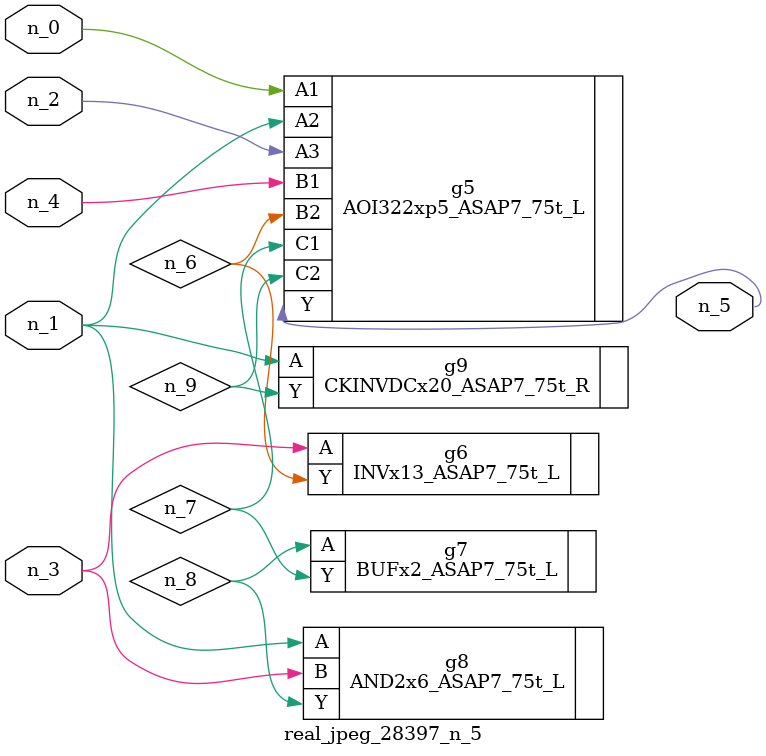
<source format=v>
module real_jpeg_28397_n_5 (n_4, n_0, n_1, n_2, n_3, n_5);

input n_4;
input n_0;
input n_1;
input n_2;
input n_3;

output n_5;

wire n_8;
wire n_6;
wire n_7;
wire n_9;

AOI322xp5_ASAP7_75t_L g5 ( 
.A1(n_0),
.A2(n_1),
.A3(n_2),
.B1(n_4),
.B2(n_6),
.C1(n_7),
.C2(n_9),
.Y(n_5)
);

AND2x6_ASAP7_75t_L g8 ( 
.A(n_1),
.B(n_3),
.Y(n_8)
);

CKINVDCx20_ASAP7_75t_R g9 ( 
.A(n_1),
.Y(n_9)
);

INVx13_ASAP7_75t_L g6 ( 
.A(n_3),
.Y(n_6)
);

BUFx2_ASAP7_75t_L g7 ( 
.A(n_8),
.Y(n_7)
);


endmodule
</source>
